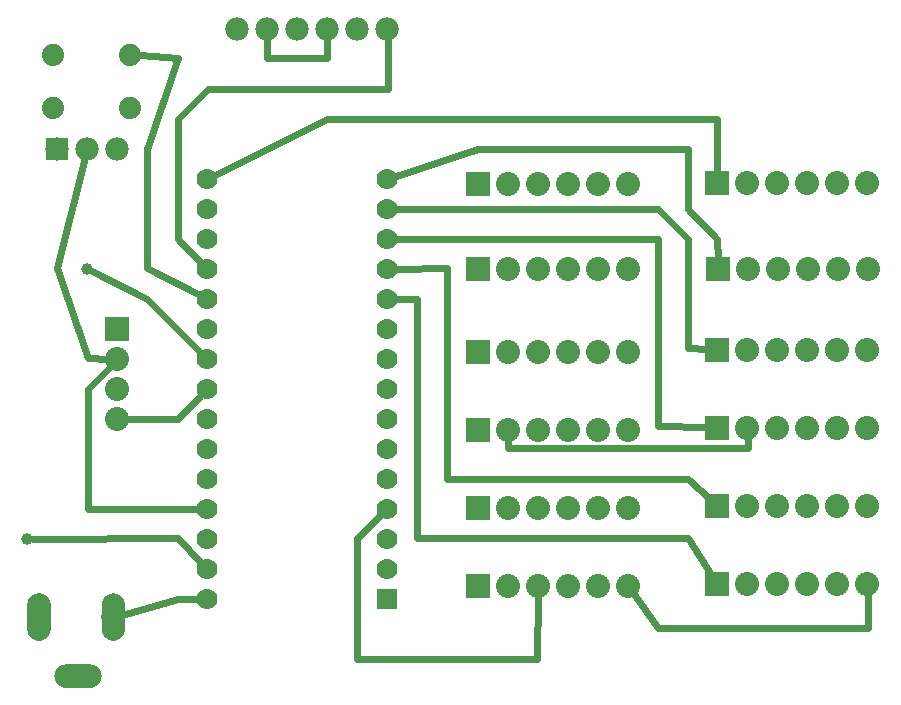
<source format=gbl>
G04 MADE WITH FRITZING*
G04 WWW.FRITZING.ORG*
G04 DOUBLE SIDED*
G04 HOLES PLATED*
G04 CONTOUR ON CENTER OF CONTOUR VECTOR*
%ASAXBY*%
%FSLAX23Y23*%
%MOIN*%
%OFA0B0*%
%SFA1.0B1.0*%
%ADD10C,0.080000*%
%ADD11C,0.070000*%
%ADD12C,0.078000*%
%ADD13C,0.074000*%
%ADD14C,0.078740*%
%ADD15C,0.039370*%
%ADD16R,0.080000X0.080000*%
%ADD17R,0.069972X0.070000*%
%ADD18R,0.078000X0.078000*%
%ADD19C,0.024000*%
%ADD20R,0.001000X0.001000*%
%LNCOPPER0*%
G90*
G70*
G54D10*
X1655Y940D03*
X1755Y940D03*
X1855Y940D03*
X1955Y940D03*
X2055Y940D03*
X2155Y940D03*
X1655Y418D03*
X1755Y418D03*
X1855Y418D03*
X1955Y418D03*
X2055Y418D03*
X2155Y418D03*
X452Y1276D03*
X452Y1176D03*
X452Y1076D03*
X452Y976D03*
X1655Y678D03*
X1755Y678D03*
X1855Y678D03*
X1955Y678D03*
X2055Y678D03*
X2155Y678D03*
X1655Y1200D03*
X1755Y1200D03*
X1855Y1200D03*
X1955Y1200D03*
X2055Y1200D03*
X2155Y1200D03*
X2452Y426D03*
X2552Y426D03*
X2652Y426D03*
X2752Y426D03*
X2852Y426D03*
X2952Y426D03*
X1655Y1476D03*
X1755Y1476D03*
X1855Y1476D03*
X1955Y1476D03*
X2055Y1476D03*
X2155Y1476D03*
X1655Y1757D03*
X1755Y1757D03*
X1855Y1757D03*
X1955Y1757D03*
X2055Y1757D03*
X2155Y1757D03*
X2452Y686D03*
X2552Y686D03*
X2652Y686D03*
X2752Y686D03*
X2852Y686D03*
X2952Y686D03*
X2452Y1206D03*
X2552Y1206D03*
X2652Y1206D03*
X2752Y1206D03*
X2852Y1206D03*
X2952Y1206D03*
X2452Y946D03*
X2552Y946D03*
X2652Y946D03*
X2752Y946D03*
X2852Y946D03*
X2952Y946D03*
X2454Y1476D03*
X2554Y1476D03*
X2654Y1476D03*
X2754Y1476D03*
X2854Y1476D03*
X2954Y1476D03*
X2452Y1762D03*
X2552Y1762D03*
X2652Y1762D03*
X2752Y1762D03*
X2852Y1762D03*
X2952Y1762D03*
G54D11*
X1352Y375D03*
X1352Y475D03*
X1352Y575D03*
X1352Y675D03*
X1352Y775D03*
X1352Y875D03*
X1352Y975D03*
X1352Y1075D03*
X1352Y1175D03*
X1352Y1275D03*
X1352Y1375D03*
X1352Y1475D03*
X1352Y1575D03*
X1352Y1675D03*
X1352Y1775D03*
X752Y375D03*
X752Y475D03*
X752Y575D03*
X752Y675D03*
X752Y775D03*
X752Y875D03*
X752Y975D03*
X752Y1075D03*
X752Y1175D03*
X752Y1275D03*
X752Y1375D03*
X752Y1475D03*
X752Y1575D03*
X752Y1675D03*
X752Y1775D03*
G54D12*
X1352Y2276D03*
X1252Y2276D03*
X1152Y2276D03*
X1052Y2276D03*
X952Y2276D03*
X852Y2276D03*
G54D13*
X495Y2011D03*
X239Y2011D03*
X495Y2189D03*
X239Y2189D03*
G54D14*
X439Y314D03*
X191Y314D03*
X321Y117D03*
G54D12*
X252Y1876D03*
X352Y1876D03*
X452Y1876D03*
G54D15*
X152Y576D03*
X352Y1476D03*
G54D16*
X1655Y940D03*
X1655Y418D03*
X452Y1276D03*
X1655Y678D03*
X1655Y1200D03*
X2452Y426D03*
X1655Y1476D03*
X1655Y1757D03*
X2452Y686D03*
X2452Y1206D03*
X2452Y946D03*
X2454Y1476D03*
X2452Y1762D03*
G54D17*
X1352Y375D03*
G54D18*
X252Y1876D03*
G54D19*
X2953Y277D02*
X2953Y395D01*
D02*
X2254Y277D02*
X2953Y277D01*
D02*
X2173Y392D02*
X2254Y277D01*
D02*
X2353Y577D02*
X1452Y577D01*
D02*
X1452Y577D02*
X1452Y1375D01*
D02*
X2435Y452D02*
X2353Y577D01*
D02*
X1452Y1375D02*
X1382Y1375D01*
D02*
X2353Y774D02*
X1551Y774D01*
D02*
X1551Y774D02*
X1551Y1477D01*
D02*
X1551Y1477D02*
X1382Y1475D01*
D02*
X2429Y707D02*
X2353Y774D01*
D02*
X2254Y1576D02*
X1551Y1576D01*
D02*
X2254Y951D02*
X2254Y1576D01*
D02*
X1551Y1576D02*
X1382Y1575D01*
D02*
X2421Y947D02*
X2254Y951D01*
D02*
X2353Y1211D02*
X2353Y1576D01*
D02*
X2254Y1675D02*
X1382Y1675D01*
D02*
X2421Y1207D02*
X2353Y1211D01*
D02*
X2353Y1576D02*
X2254Y1675D01*
D02*
X2353Y1675D02*
X2353Y1876D01*
D02*
X2353Y1876D02*
X1654Y1876D01*
D02*
X2453Y1507D02*
X2452Y1576D01*
D02*
X2452Y1576D02*
X2353Y1675D01*
D02*
X1654Y1876D02*
X1380Y1784D01*
D02*
X2452Y1975D02*
X1152Y1975D01*
D02*
X1152Y1975D02*
X778Y1788D01*
D02*
X2452Y1793D02*
X2452Y1975D01*
D02*
X1855Y387D02*
X1851Y174D01*
D02*
X1851Y174D02*
X1251Y174D01*
D02*
X1251Y174D02*
X1251Y577D01*
D02*
X1251Y577D02*
X1331Y655D01*
D02*
X654Y375D02*
X469Y323D01*
D02*
X723Y375D02*
X654Y375D01*
D02*
X654Y577D02*
X732Y496D01*
D02*
X171Y576D02*
X654Y577D01*
D02*
X354Y675D02*
X723Y675D01*
D02*
X354Y1074D02*
X354Y675D01*
D02*
X431Y1153D02*
X354Y1074D01*
D02*
X654Y976D02*
X732Y1054D01*
D02*
X484Y976D02*
X654Y976D01*
D02*
X251Y1477D02*
X345Y1847D01*
D02*
X354Y1177D02*
X251Y1477D01*
D02*
X421Y1176D02*
X354Y1177D01*
D02*
X552Y1876D02*
X552Y1477D01*
D02*
X654Y2177D02*
X552Y1876D01*
D02*
X552Y1477D02*
X726Y1388D01*
D02*
X526Y2187D02*
X654Y2177D01*
D02*
X654Y1975D02*
X654Y1576D01*
D02*
X654Y1576D02*
X732Y1496D01*
D02*
X753Y2074D02*
X654Y1975D01*
D02*
X1354Y2074D02*
X753Y2074D01*
D02*
X1353Y2246D02*
X1354Y2074D01*
D02*
X552Y1375D02*
X369Y1467D01*
D02*
X732Y1196D02*
X552Y1375D01*
D02*
X950Y2177D02*
X1152Y2177D01*
D02*
X1152Y2177D02*
X1152Y2246D01*
D02*
X952Y2246D02*
X950Y2177D01*
D02*
X2555Y877D02*
X1753Y877D01*
D02*
X1753Y877D02*
X1754Y909D01*
D02*
X2553Y915D02*
X2555Y877D01*
G54D20*
X185Y393D02*
X196Y393D01*
X433Y393D02*
X444Y393D01*
X180Y392D02*
X201Y392D01*
X428Y392D02*
X449Y392D01*
X177Y391D02*
X204Y391D01*
X425Y391D02*
X452Y391D01*
X175Y390D02*
X206Y390D01*
X423Y390D02*
X454Y390D01*
X173Y389D02*
X208Y389D01*
X421Y389D02*
X456Y389D01*
X171Y388D02*
X210Y388D01*
X419Y388D02*
X458Y388D01*
X169Y387D02*
X212Y387D01*
X417Y387D02*
X460Y387D01*
X168Y386D02*
X213Y386D01*
X416Y386D02*
X461Y386D01*
X167Y385D02*
X214Y385D01*
X415Y385D02*
X462Y385D01*
X165Y384D02*
X216Y384D01*
X413Y384D02*
X464Y384D01*
X164Y383D02*
X217Y383D01*
X412Y383D02*
X465Y383D01*
X163Y382D02*
X218Y382D01*
X411Y382D02*
X466Y382D01*
X162Y381D02*
X219Y381D01*
X410Y381D02*
X467Y381D01*
X161Y380D02*
X220Y380D01*
X409Y380D02*
X468Y380D01*
X161Y379D02*
X221Y379D01*
X409Y379D02*
X469Y379D01*
X160Y378D02*
X221Y378D01*
X408Y378D02*
X469Y378D01*
X159Y377D02*
X222Y377D01*
X407Y377D02*
X470Y377D01*
X158Y376D02*
X223Y376D01*
X406Y376D02*
X471Y376D01*
X158Y375D02*
X223Y375D01*
X406Y375D02*
X471Y375D01*
X157Y374D02*
X224Y374D01*
X405Y374D02*
X472Y374D01*
X156Y373D02*
X225Y373D01*
X405Y373D02*
X473Y373D01*
X156Y372D02*
X225Y372D01*
X404Y372D02*
X473Y372D01*
X155Y371D02*
X226Y371D01*
X404Y371D02*
X474Y371D01*
X155Y370D02*
X226Y370D01*
X403Y370D02*
X474Y370D01*
X155Y369D02*
X226Y369D01*
X403Y369D02*
X474Y369D01*
X154Y368D02*
X227Y368D01*
X402Y368D02*
X475Y368D01*
X154Y367D02*
X227Y367D01*
X402Y367D02*
X475Y367D01*
X153Y366D02*
X228Y366D01*
X402Y366D02*
X476Y366D01*
X153Y365D02*
X228Y365D01*
X401Y365D02*
X476Y365D01*
X153Y364D02*
X228Y364D01*
X401Y364D02*
X476Y364D01*
X153Y363D02*
X228Y363D01*
X401Y363D02*
X476Y363D01*
X152Y362D02*
X229Y362D01*
X400Y362D02*
X477Y362D01*
X152Y361D02*
X229Y361D01*
X400Y361D02*
X477Y361D01*
X152Y360D02*
X229Y360D01*
X400Y360D02*
X477Y360D01*
X152Y359D02*
X229Y359D01*
X400Y359D02*
X477Y359D01*
X152Y358D02*
X229Y358D01*
X400Y358D02*
X477Y358D01*
X152Y357D02*
X229Y357D01*
X400Y357D02*
X477Y357D01*
X152Y356D02*
X229Y356D01*
X400Y356D02*
X477Y356D01*
X152Y355D02*
X229Y355D01*
X400Y355D02*
X477Y355D01*
X152Y354D02*
X229Y354D01*
X400Y354D02*
X477Y354D01*
X152Y353D02*
X229Y353D01*
X400Y353D02*
X477Y353D01*
X152Y352D02*
X229Y352D01*
X400Y352D02*
X477Y352D01*
X152Y351D02*
X229Y351D01*
X400Y351D02*
X477Y351D01*
X152Y350D02*
X229Y350D01*
X400Y350D02*
X477Y350D01*
X152Y349D02*
X229Y349D01*
X400Y349D02*
X477Y349D01*
X152Y348D02*
X229Y348D01*
X400Y348D02*
X477Y348D01*
X152Y347D02*
X229Y347D01*
X400Y347D02*
X477Y347D01*
X152Y346D02*
X229Y346D01*
X400Y346D02*
X477Y346D01*
X152Y345D02*
X229Y345D01*
X400Y345D02*
X477Y345D01*
X152Y344D02*
X229Y344D01*
X400Y344D02*
X477Y344D01*
X152Y343D02*
X229Y343D01*
X400Y343D02*
X477Y343D01*
X152Y342D02*
X229Y342D01*
X400Y342D02*
X477Y342D01*
X152Y341D02*
X229Y341D01*
X400Y341D02*
X477Y341D01*
X152Y340D02*
X229Y340D01*
X400Y340D02*
X477Y340D01*
X152Y339D02*
X229Y339D01*
X400Y339D02*
X477Y339D01*
X152Y338D02*
X229Y338D01*
X400Y338D02*
X477Y338D01*
X152Y337D02*
X229Y337D01*
X400Y337D02*
X477Y337D01*
X152Y336D02*
X229Y336D01*
X400Y336D02*
X477Y336D01*
X152Y335D02*
X229Y335D01*
X400Y335D02*
X477Y335D01*
X152Y334D02*
X186Y334D01*
X195Y334D02*
X229Y334D01*
X400Y334D02*
X434Y334D01*
X443Y334D02*
X477Y334D01*
X152Y333D02*
X183Y333D01*
X198Y333D02*
X229Y333D01*
X400Y333D02*
X431Y333D01*
X446Y333D02*
X477Y333D01*
X152Y332D02*
X181Y332D01*
X200Y332D02*
X229Y332D01*
X400Y332D02*
X429Y332D01*
X448Y332D02*
X477Y332D01*
X152Y331D02*
X179Y331D01*
X202Y331D02*
X229Y331D01*
X400Y331D02*
X427Y331D01*
X450Y331D02*
X477Y331D01*
X152Y330D02*
X178Y330D01*
X203Y330D02*
X229Y330D01*
X400Y330D02*
X426Y330D01*
X451Y330D02*
X477Y330D01*
X152Y329D02*
X177Y329D01*
X205Y329D02*
X229Y329D01*
X400Y329D02*
X425Y329D01*
X453Y329D02*
X477Y329D01*
X152Y328D02*
X176Y328D01*
X205Y328D02*
X229Y328D01*
X400Y328D02*
X424Y328D01*
X454Y328D02*
X477Y328D01*
X152Y327D02*
X175Y327D01*
X206Y327D02*
X229Y327D01*
X400Y327D02*
X423Y327D01*
X454Y327D02*
X477Y327D01*
X152Y326D02*
X174Y326D01*
X207Y326D02*
X229Y326D01*
X400Y326D02*
X422Y326D01*
X455Y326D02*
X477Y326D01*
X152Y325D02*
X173Y325D01*
X208Y325D02*
X229Y325D01*
X400Y325D02*
X421Y325D01*
X456Y325D02*
X477Y325D01*
X152Y324D02*
X173Y324D01*
X208Y324D02*
X229Y324D01*
X400Y324D02*
X421Y324D01*
X456Y324D02*
X477Y324D01*
X152Y323D02*
X172Y323D01*
X209Y323D02*
X229Y323D01*
X400Y323D02*
X420Y323D01*
X457Y323D02*
X477Y323D01*
X152Y322D02*
X172Y322D01*
X209Y322D02*
X229Y322D01*
X400Y322D02*
X420Y322D01*
X457Y322D02*
X477Y322D01*
X152Y321D02*
X171Y321D01*
X210Y321D02*
X229Y321D01*
X400Y321D02*
X419Y321D01*
X458Y321D02*
X477Y321D01*
X152Y320D02*
X171Y320D01*
X210Y320D02*
X229Y320D01*
X400Y320D02*
X419Y320D01*
X458Y320D02*
X477Y320D01*
X152Y319D02*
X171Y319D01*
X210Y319D02*
X229Y319D01*
X400Y319D02*
X419Y319D01*
X458Y319D02*
X477Y319D01*
X152Y318D02*
X171Y318D01*
X210Y318D02*
X229Y318D01*
X400Y318D02*
X419Y318D01*
X458Y318D02*
X477Y318D01*
X152Y317D02*
X171Y317D01*
X210Y317D02*
X229Y317D01*
X400Y317D02*
X419Y317D01*
X458Y317D02*
X477Y317D01*
X152Y316D02*
X170Y316D01*
X211Y316D02*
X229Y316D01*
X400Y316D02*
X418Y316D01*
X459Y316D02*
X477Y316D01*
X152Y315D02*
X170Y315D01*
X211Y315D02*
X229Y315D01*
X400Y315D02*
X418Y315D01*
X459Y315D02*
X477Y315D01*
X152Y314D02*
X170Y314D01*
X211Y314D02*
X229Y314D01*
X400Y314D02*
X418Y314D01*
X459Y314D02*
X477Y314D01*
X152Y313D02*
X171Y313D01*
X211Y313D02*
X229Y313D01*
X400Y313D02*
X419Y313D01*
X459Y313D02*
X477Y313D01*
X152Y312D02*
X171Y312D01*
X210Y312D02*
X229Y312D01*
X400Y312D02*
X419Y312D01*
X458Y312D02*
X477Y312D01*
X152Y311D02*
X171Y311D01*
X210Y311D02*
X229Y311D01*
X400Y311D02*
X419Y311D01*
X458Y311D02*
X477Y311D01*
X152Y310D02*
X171Y310D01*
X210Y310D02*
X229Y310D01*
X400Y310D02*
X419Y310D01*
X458Y310D02*
X477Y310D01*
X152Y309D02*
X171Y309D01*
X210Y309D02*
X229Y309D01*
X400Y309D02*
X419Y309D01*
X458Y309D02*
X477Y309D01*
X152Y308D02*
X172Y308D01*
X209Y308D02*
X229Y308D01*
X400Y308D02*
X420Y308D01*
X457Y308D02*
X477Y308D01*
X152Y307D02*
X172Y307D01*
X209Y307D02*
X229Y307D01*
X400Y307D02*
X420Y307D01*
X457Y307D02*
X477Y307D01*
X152Y306D02*
X172Y306D01*
X209Y306D02*
X229Y306D01*
X400Y306D02*
X421Y306D01*
X457Y306D02*
X477Y306D01*
X152Y305D02*
X173Y305D01*
X208Y305D02*
X229Y305D01*
X400Y305D02*
X421Y305D01*
X456Y305D02*
X477Y305D01*
X152Y304D02*
X174Y304D01*
X207Y304D02*
X229Y304D01*
X400Y304D02*
X422Y304D01*
X455Y304D02*
X477Y304D01*
X152Y303D02*
X174Y303D01*
X207Y303D02*
X229Y303D01*
X400Y303D02*
X422Y303D01*
X455Y303D02*
X477Y303D01*
X152Y302D02*
X175Y302D01*
X206Y302D02*
X229Y302D01*
X400Y302D02*
X423Y302D01*
X454Y302D02*
X477Y302D01*
X152Y301D02*
X176Y301D01*
X205Y301D02*
X229Y301D01*
X400Y301D02*
X424Y301D01*
X453Y301D02*
X477Y301D01*
X152Y300D02*
X177Y300D01*
X204Y300D02*
X229Y300D01*
X400Y300D02*
X425Y300D01*
X452Y300D02*
X477Y300D01*
X152Y299D02*
X178Y299D01*
X203Y299D02*
X229Y299D01*
X400Y299D02*
X426Y299D01*
X451Y299D02*
X477Y299D01*
X152Y298D02*
X180Y298D01*
X201Y298D02*
X229Y298D01*
X400Y298D02*
X428Y298D01*
X449Y298D02*
X477Y298D01*
X152Y297D02*
X182Y297D01*
X199Y297D02*
X229Y297D01*
X400Y297D02*
X430Y297D01*
X447Y297D02*
X477Y297D01*
X152Y296D02*
X184Y296D01*
X197Y296D02*
X229Y296D01*
X400Y296D02*
X432Y296D01*
X445Y296D02*
X477Y296D01*
X152Y295D02*
X229Y295D01*
X400Y295D02*
X477Y295D01*
X152Y294D02*
X229Y294D01*
X400Y294D02*
X477Y294D01*
X152Y293D02*
X229Y293D01*
X400Y293D02*
X477Y293D01*
X152Y292D02*
X229Y292D01*
X400Y292D02*
X477Y292D01*
X152Y291D02*
X229Y291D01*
X400Y291D02*
X477Y291D01*
X152Y290D02*
X229Y290D01*
X400Y290D02*
X477Y290D01*
X152Y289D02*
X229Y289D01*
X400Y289D02*
X477Y289D01*
X152Y288D02*
X229Y288D01*
X400Y288D02*
X477Y288D01*
X152Y287D02*
X229Y287D01*
X400Y287D02*
X477Y287D01*
X152Y286D02*
X229Y286D01*
X400Y286D02*
X477Y286D01*
X152Y285D02*
X229Y285D01*
X400Y285D02*
X477Y285D01*
X152Y284D02*
X229Y284D01*
X400Y284D02*
X477Y284D01*
X152Y283D02*
X229Y283D01*
X400Y283D02*
X477Y283D01*
X152Y282D02*
X229Y282D01*
X400Y282D02*
X477Y282D01*
X152Y281D02*
X229Y281D01*
X400Y281D02*
X477Y281D01*
X152Y280D02*
X229Y280D01*
X400Y280D02*
X477Y280D01*
X152Y279D02*
X229Y279D01*
X400Y279D02*
X477Y279D01*
X152Y278D02*
X229Y278D01*
X400Y278D02*
X477Y278D01*
X152Y277D02*
X229Y277D01*
X400Y277D02*
X477Y277D01*
X152Y276D02*
X229Y276D01*
X400Y276D02*
X477Y276D01*
X152Y275D02*
X229Y275D01*
X400Y275D02*
X477Y275D01*
X152Y274D02*
X229Y274D01*
X400Y274D02*
X477Y274D01*
X152Y273D02*
X229Y273D01*
X400Y273D02*
X477Y273D01*
X152Y272D02*
X229Y272D01*
X400Y272D02*
X477Y272D01*
X152Y271D02*
X229Y271D01*
X400Y271D02*
X477Y271D01*
X152Y270D02*
X229Y270D01*
X400Y270D02*
X477Y270D01*
X152Y269D02*
X229Y269D01*
X400Y269D02*
X477Y269D01*
X152Y268D02*
X229Y268D01*
X400Y268D02*
X477Y268D01*
X153Y267D02*
X228Y267D01*
X401Y267D02*
X476Y267D01*
X153Y266D02*
X228Y266D01*
X401Y266D02*
X476Y266D01*
X153Y265D02*
X228Y265D01*
X401Y265D02*
X476Y265D01*
X153Y264D02*
X228Y264D01*
X401Y264D02*
X476Y264D01*
X154Y263D02*
X227Y263D01*
X402Y263D02*
X475Y263D01*
X154Y262D02*
X227Y262D01*
X402Y262D02*
X475Y262D01*
X154Y261D02*
X227Y261D01*
X402Y261D02*
X475Y261D01*
X155Y260D02*
X226Y260D01*
X403Y260D02*
X474Y260D01*
X155Y259D02*
X226Y259D01*
X403Y259D02*
X474Y259D01*
X156Y258D02*
X225Y258D01*
X404Y258D02*
X473Y258D01*
X156Y257D02*
X225Y257D01*
X404Y257D02*
X473Y257D01*
X157Y256D02*
X224Y256D01*
X405Y256D02*
X472Y256D01*
X157Y255D02*
X224Y255D01*
X405Y255D02*
X472Y255D01*
X158Y254D02*
X223Y254D01*
X406Y254D02*
X471Y254D01*
X159Y253D02*
X222Y253D01*
X407Y253D02*
X470Y253D01*
X159Y252D02*
X222Y252D01*
X407Y252D02*
X470Y252D01*
X160Y251D02*
X221Y251D01*
X408Y251D02*
X469Y251D01*
X161Y250D02*
X220Y250D01*
X409Y250D02*
X468Y250D01*
X162Y249D02*
X219Y249D01*
X410Y249D02*
X467Y249D01*
X163Y248D02*
X218Y248D01*
X411Y248D02*
X466Y248D01*
X164Y247D02*
X217Y247D01*
X412Y247D02*
X465Y247D01*
X165Y246D02*
X216Y246D01*
X413Y246D02*
X464Y246D01*
X166Y245D02*
X215Y245D01*
X414Y245D02*
X463Y245D01*
X167Y244D02*
X214Y244D01*
X415Y244D02*
X462Y244D01*
X169Y243D02*
X212Y243D01*
X417Y243D02*
X460Y243D01*
X170Y242D02*
X211Y242D01*
X418Y242D02*
X459Y242D01*
X172Y241D02*
X209Y241D01*
X420Y241D02*
X457Y241D01*
X174Y240D02*
X207Y240D01*
X422Y240D02*
X455Y240D01*
X176Y239D02*
X205Y239D01*
X424Y239D02*
X453Y239D01*
X179Y238D02*
X202Y238D01*
X427Y238D02*
X450Y238D01*
X182Y237D02*
X199Y237D01*
X430Y237D02*
X447Y237D01*
X277Y157D02*
X364Y157D01*
X272Y156D02*
X369Y156D01*
X268Y155D02*
X372Y155D01*
X266Y154D02*
X375Y154D01*
X264Y153D02*
X377Y153D01*
X262Y152D02*
X379Y152D01*
X260Y151D02*
X381Y151D01*
X259Y150D02*
X382Y150D01*
X257Y149D02*
X383Y149D01*
X256Y148D02*
X385Y148D01*
X255Y147D02*
X386Y147D01*
X254Y146D02*
X387Y146D01*
X253Y145D02*
X388Y145D01*
X252Y144D02*
X389Y144D01*
X251Y143D02*
X390Y143D01*
X250Y142D02*
X390Y142D01*
X250Y141D02*
X391Y141D01*
X249Y140D02*
X392Y140D01*
X248Y139D02*
X393Y139D01*
X248Y138D02*
X393Y138D01*
X247Y137D02*
X315Y137D01*
X326Y137D02*
X394Y137D01*
X247Y136D02*
X312Y136D01*
X329Y136D02*
X394Y136D01*
X246Y135D02*
X310Y135D01*
X331Y135D02*
X395Y135D01*
X246Y134D02*
X309Y134D01*
X332Y134D02*
X395Y134D01*
X245Y133D02*
X307Y133D01*
X333Y133D02*
X396Y133D01*
X245Y132D02*
X306Y132D01*
X335Y132D02*
X396Y132D01*
X244Y131D02*
X305Y131D01*
X336Y131D02*
X396Y131D01*
X244Y130D02*
X304Y130D01*
X336Y130D02*
X397Y130D01*
X244Y129D02*
X304Y129D01*
X337Y129D02*
X397Y129D01*
X244Y128D02*
X303Y128D01*
X338Y128D02*
X397Y128D01*
X243Y127D02*
X303Y127D01*
X338Y127D02*
X398Y127D01*
X243Y126D02*
X302Y126D01*
X339Y126D02*
X398Y126D01*
X243Y125D02*
X302Y125D01*
X339Y125D02*
X398Y125D01*
X243Y124D02*
X301Y124D01*
X340Y124D02*
X398Y124D01*
X243Y123D02*
X301Y123D01*
X340Y123D02*
X398Y123D01*
X242Y122D02*
X301Y122D01*
X340Y122D02*
X398Y122D01*
X242Y121D02*
X301Y121D01*
X340Y121D02*
X399Y121D01*
X242Y120D02*
X300Y120D01*
X340Y120D02*
X399Y120D01*
X242Y119D02*
X300Y119D01*
X341Y119D02*
X399Y119D01*
X242Y118D02*
X300Y118D01*
X341Y118D02*
X399Y118D01*
X242Y117D02*
X300Y117D01*
X341Y117D02*
X399Y117D01*
X242Y116D02*
X300Y116D01*
X340Y116D02*
X399Y116D01*
X242Y115D02*
X301Y115D01*
X340Y115D02*
X399Y115D01*
X242Y114D02*
X301Y114D01*
X340Y114D02*
X398Y114D01*
X243Y113D02*
X301Y113D01*
X340Y113D02*
X398Y113D01*
X243Y112D02*
X301Y112D01*
X340Y112D02*
X398Y112D01*
X243Y111D02*
X302Y111D01*
X339Y111D02*
X398Y111D01*
X243Y110D02*
X302Y110D01*
X339Y110D02*
X398Y110D01*
X243Y109D02*
X302Y109D01*
X338Y109D02*
X398Y109D01*
X244Y108D02*
X303Y108D01*
X338Y108D02*
X397Y108D01*
X244Y107D02*
X304Y107D01*
X337Y107D02*
X397Y107D01*
X244Y106D02*
X304Y106D01*
X336Y106D02*
X397Y106D01*
X244Y105D02*
X305Y105D01*
X336Y105D02*
X396Y105D01*
X245Y104D02*
X306Y104D01*
X335Y104D02*
X396Y104D01*
X245Y103D02*
X307Y103D01*
X334Y103D02*
X396Y103D01*
X246Y102D02*
X308Y102D01*
X332Y102D02*
X395Y102D01*
X246Y101D02*
X310Y101D01*
X331Y101D02*
X395Y101D01*
X247Y100D02*
X312Y100D01*
X329Y100D02*
X394Y100D01*
X247Y99D02*
X315Y99D01*
X326Y99D02*
X394Y99D01*
X248Y98D02*
X393Y98D01*
X248Y97D02*
X393Y97D01*
X249Y96D02*
X392Y96D01*
X250Y95D02*
X391Y95D01*
X250Y94D02*
X391Y94D01*
X251Y93D02*
X390Y93D01*
X252Y92D02*
X389Y92D01*
X253Y91D02*
X388Y91D01*
X254Y90D02*
X387Y90D01*
X255Y89D02*
X386Y89D01*
X256Y88D02*
X385Y88D01*
X257Y87D02*
X384Y87D01*
X259Y86D02*
X382Y86D01*
X260Y85D02*
X381Y85D01*
X262Y84D02*
X379Y84D01*
X263Y83D02*
X377Y83D01*
X266Y82D02*
X375Y82D01*
X268Y81D02*
X373Y81D01*
X271Y80D02*
X370Y80D01*
X276Y79D02*
X365Y79D01*
D02*
G04 End of Copper0*
M02*
</source>
